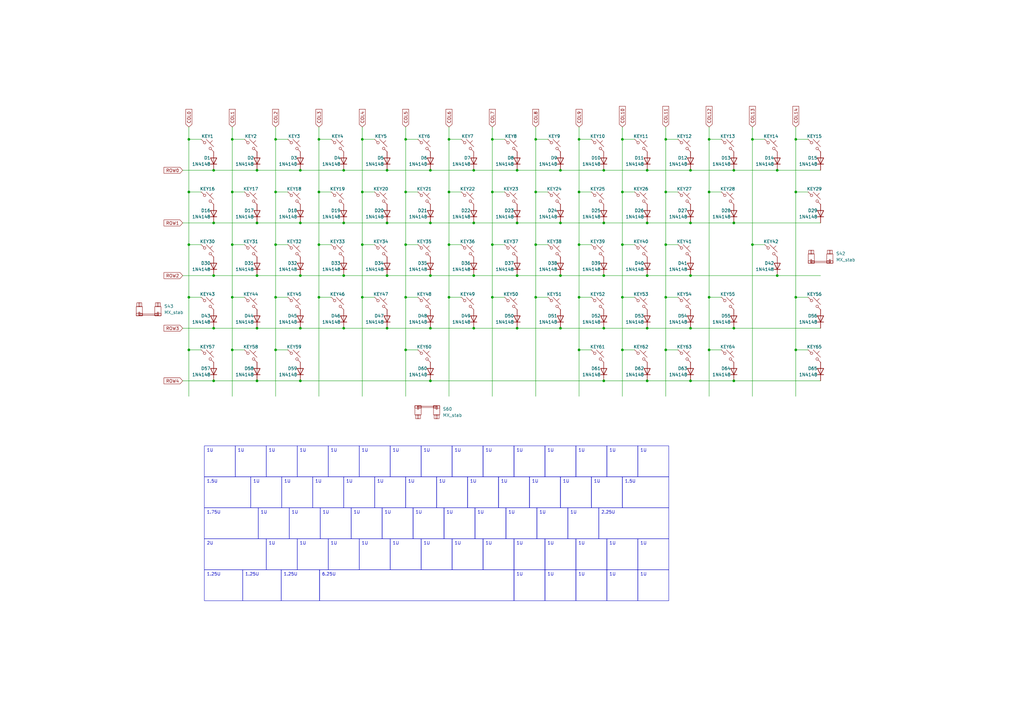
<source format=kicad_sch>
(kicad_sch (version 20230121) (generator eeschema)
  (paper "A3")
  (junction (at 77.47 121.92))
  (junction (at 265.43 134.62))
  (junction (at 201.93 57.15))
  (junction (at 123.19 156.21))
  (junction (at 87.63 156.21))
  (junction (at 201.93 121.92))
  (junction (at 237.49 100.33))
  (junction (at 130.81 100.33))
  (junction (at 113.03 121.92))
  (junction (at 158.75 69.85))
  (junction (at 237.49 143.51))
  (junction (at 158.75 134.62))
  (junction (at 212.09 91.44))
  (junction (at 265.43 113.03))
  (junction (at 265.43 91.44))
  (junction (at 130.81 121.92))
  (junction (at 247.65 91.44))
  (junction (at 176.53 69.85))
  (junction (at 237.49 57.15))
  (junction (at 308.61 57.15))
  (junction (at 201.93 100.33))
  (junction (at 265.43 69.85))
  (junction (at 212.09 113.03))
  (junction (at 300.99 91.44))
  (junction (at 123.19 113.03))
  (junction (at 166.37 57.15))
  (junction (at 290.83 143.51))
  (junction (at 283.21 69.85))
  (junction (at 318.77 69.85))
  (junction (at 229.87 91.44))
  (junction (at 255.27 57.15))
  (junction (at 113.03 78.74))
  (junction (at 148.59 100.33))
  (junction (at 283.21 156.21))
  (junction (at 113.03 57.15))
  (junction (at 77.47 100.33))
  (junction (at 326.39 78.74))
  (junction (at 283.21 113.03))
  (junction (at 300.99 134.62))
  (junction (at 194.31 113.03))
  (junction (at 184.15 100.33))
  (junction (at 318.77 113.03))
  (junction (at 140.97 113.03))
  (junction (at 290.83 57.15))
  (junction (at 273.05 78.74))
  (junction (at 326.39 143.51))
  (junction (at 113.03 100.33))
  (junction (at 140.97 134.62))
  (junction (at 184.15 121.92))
  (junction (at 176.53 91.44))
  (junction (at 237.49 78.74))
  (junction (at 229.87 134.62))
  (junction (at 194.31 69.85))
  (junction (at 273.05 121.92))
  (junction (at 229.87 69.85))
  (junction (at 212.09 69.85))
  (junction (at 123.19 134.62))
  (junction (at 166.37 143.51))
  (junction (at 247.65 134.62))
  (junction (at 212.09 134.62))
  (junction (at 77.47 78.74))
  (junction (at 219.71 121.92))
  (junction (at 87.63 69.85))
  (junction (at 140.97 91.44))
  (junction (at 166.37 78.74))
  (junction (at 219.71 100.33))
  (junction (at 95.25 143.51))
  (junction (at 194.31 134.62))
  (junction (at 105.41 113.03))
  (junction (at 247.65 113.03))
  (junction (at 273.05 143.51))
  (junction (at 105.41 69.85))
  (junction (at 130.81 78.74))
  (junction (at 176.53 113.03))
  (junction (at 166.37 121.92))
  (junction (at 95.25 78.74))
  (junction (at 273.05 57.15))
  (junction (at 300.99 156.21))
  (junction (at 87.63 113.03))
  (junction (at 77.47 57.15))
  (junction (at 148.59 78.74))
  (junction (at 184.15 78.74))
  (junction (at 158.75 91.44))
  (junction (at 255.27 143.51))
  (junction (at 105.41 91.44))
  (junction (at 255.27 100.33))
  (junction (at 326.39 57.15))
  (junction (at 283.21 91.44))
  (junction (at 87.63 91.44))
  (junction (at 95.25 100.33))
  (junction (at 247.65 156.21))
  (junction (at 229.87 113.03))
  (junction (at 158.75 113.03))
  (junction (at 255.27 78.74))
  (junction (at 166.37 100.33))
  (junction (at 219.71 78.74))
  (junction (at 201.93 78.74))
  (junction (at 265.43 156.21))
  (junction (at 273.05 100.33))
  (junction (at 148.59 121.92))
  (junction (at 87.63 134.62))
  (junction (at 283.21 134.62))
  (junction (at 140.97 69.85))
  (junction (at 130.81 57.15))
  (junction (at 77.47 143.51))
  (junction (at 247.65 69.85))
  (junction (at 176.53 134.62))
  (junction (at 219.71 57.15))
  (junction (at 105.41 156.21))
  (junction (at 290.83 78.74))
  (junction (at 176.53 156.21))
  (junction (at 113.03 143.51))
  (junction (at 255.27 121.92))
  (junction (at 194.31 91.44))
  (junction (at 300.99 69.85))
  (junction (at 326.39 121.92))
  (junction (at 237.49 121.92))
  (junction (at 308.61 100.33))
  (junction (at 123.19 91.44))
  (junction (at 95.25 57.15))
  (junction (at 148.59 57.15))
  (junction (at 105.41 134.62))
  (junction (at 95.25 121.92))
  (junction (at 290.83 121.92))
  (junction (at 184.15 57.15))
  (junction (at 123.19 69.85))
  (wire (pts (xy 308.61 57.15) (xy 313.69 57.15)))
  (wire (pts (xy 95.25 57.15) (xy 100.33 57.15)))
  (wire (pts (xy 148.59 78.74) (xy 153.67 78.74)))
  (wire (pts (xy 247.65 156.21) (xy 265.43 156.21)))
  (wire (pts (xy 148.59 52.07) (xy 148.59 57.15)))
  (wire (pts (xy 194.31 91.44) (xy 212.09 91.44)))
  (wire (pts (xy 308.61 100.33) (xy 308.61 162.56)))
  (wire (pts (xy 326.39 78.74) (xy 326.39 121.92)))
  (wire (pts (xy 87.63 156.21) (xy 105.41 156.21)))
  (wire (pts (xy 219.71 121.92) (xy 224.79 121.92)))
  (wire (pts (xy 201.93 100.33) (xy 207.01 100.33)))
  (wire (pts (xy 95.25 52.07) (xy 95.25 57.15)))
  (wire (pts (xy 148.59 78.74) (xy 148.59 100.33)))
  (wire (pts (xy 130.81 100.33) (xy 135.89 100.33)))
  (wire (pts (xy 247.65 91.44) (xy 265.43 91.44)))
  (wire (pts (xy 77.47 78.74) (xy 77.47 100.33)))
  (wire (pts (xy 140.97 91.44) (xy 158.75 91.44)))
  (wire (pts (xy 148.59 121.92) (xy 153.67 121.92)))
  (wire (pts (xy 290.83 143.51) (xy 295.91 143.51)))
  (wire (pts (xy 247.65 113.03) (xy 265.43 113.03)))
  (wire (pts (xy 176.53 156.21) (xy 247.65 156.21)))
  (wire (pts (xy 166.37 78.74) (xy 166.37 100.33)))
  (wire (pts (xy 300.99 134.62) (xy 336.55 134.62)))
  (wire (pts (xy 237.49 57.15) (xy 242.57 57.15)))
  (wire (pts (xy 229.87 113.03) (xy 247.65 113.03)))
  (wire (pts (xy 184.15 57.15) (xy 189.23 57.15)))
  (wire (pts (xy 95.25 100.33) (xy 95.25 121.92)))
  (wire (pts (xy 265.43 91.44) (xy 283.21 91.44)))
  (wire (pts (xy 87.63 91.44) (xy 105.41 91.44)))
  (wire (pts (xy 158.75 91.44) (xy 176.53 91.44)))
  (wire (pts (xy 201.93 57.15) (xy 201.93 78.74)))
  (wire (pts (xy 237.49 57.15) (xy 237.49 78.74)))
  (wire (pts (xy 237.49 52.07) (xy 237.49 57.15)))
  (wire (pts (xy 95.25 57.15) (xy 95.25 78.74)))
  (wire (pts (xy 237.49 143.51) (xy 237.49 162.56)))
  (wire (pts (xy 130.81 57.15) (xy 135.89 57.15)))
  (wire (pts (xy 326.39 121.92) (xy 326.39 143.51)))
  (wire (pts (xy 87.63 113.03) (xy 105.41 113.03)))
  (wire (pts (xy 123.19 134.62) (xy 140.97 134.62)))
  (wire (pts (xy 219.71 78.74) (xy 219.71 100.33)))
  (wire (pts (xy 166.37 121.92) (xy 171.45 121.92)))
  (wire (pts (xy 219.71 121.92) (xy 219.71 162.56)))
  (wire (pts (xy 166.37 121.92) (xy 166.37 143.51)))
  (wire (pts (xy 77.47 57.15) (xy 82.55 57.15)))
  (wire (pts (xy 123.19 69.85) (xy 140.97 69.85)))
  (wire (pts (xy 166.37 100.33) (xy 166.37 121.92)))
  (wire (pts (xy 237.49 100.33) (xy 237.49 121.92)))
  (wire (pts (xy 140.97 134.62) (xy 158.75 134.62)))
  (wire (pts (xy 273.05 78.74) (xy 278.13 78.74)))
  (wire (pts (xy 237.49 121.92) (xy 242.57 121.92)))
  (wire (pts (xy 184.15 121.92) (xy 189.23 121.92)))
  (wire (pts (xy 113.03 57.15) (xy 118.11 57.15)))
  (wire (pts (xy 212.09 69.85) (xy 229.87 69.85)))
  (wire (pts (xy 74.93 113.03) (xy 87.63 113.03)))
  (wire (pts (xy 219.71 57.15) (xy 224.79 57.15)))
  (wire (pts (xy 273.05 57.15) (xy 278.13 57.15)))
  (wire (pts (xy 123.19 113.03) (xy 140.97 113.03)))
  (wire (pts (xy 194.31 113.03) (xy 212.09 113.03)))
  (wire (pts (xy 219.71 52.07) (xy 219.71 57.15)))
  (wire (pts (xy 326.39 57.15) (xy 331.47 57.15)))
  (wire (pts (xy 318.77 69.85) (xy 336.55 69.85)))
  (wire (pts (xy 184.15 100.33) (xy 189.23 100.33)))
  (wire (pts (xy 283.21 69.85) (xy 300.99 69.85)))
  (wire (pts (xy 229.87 91.44) (xy 247.65 91.44)))
  (wire (pts (xy 237.49 121.92) (xy 237.49 143.51)))
  (wire (pts (xy 229.87 69.85) (xy 247.65 69.85)))
  (wire (pts (xy 283.21 156.21) (xy 300.99 156.21)))
  (wire (pts (xy 113.03 121.92) (xy 118.11 121.92)))
  (wire (pts (xy 290.83 78.74) (xy 295.91 78.74)))
  (wire (pts (xy 194.31 134.62) (xy 212.09 134.62)))
  (wire (pts (xy 77.47 52.07) (xy 77.47 57.15)))
  (wire (pts (xy 105.41 113.03) (xy 123.19 113.03)))
  (wire (pts (xy 77.47 143.51) (xy 77.47 162.56)))
  (wire (pts (xy 77.47 100.33) (xy 82.55 100.33)))
  (wire (pts (xy 130.81 78.74) (xy 130.81 100.33)))
  (wire (pts (xy 148.59 121.92) (xy 148.59 162.56)))
  (wire (pts (xy 176.53 113.03) (xy 194.31 113.03)))
  (wire (pts (xy 201.93 100.33) (xy 201.93 121.92)))
  (wire (pts (xy 95.25 121.92) (xy 100.33 121.92)))
  (wire (pts (xy 219.71 100.33) (xy 219.71 121.92)))
  (wire (pts (xy 290.83 143.51) (xy 290.83 162.56)))
  (wire (pts (xy 148.59 57.15) (xy 153.67 57.15)))
  (wire (pts (xy 273.05 121.92) (xy 273.05 143.51)))
  (wire (pts (xy 87.63 69.85) (xy 105.41 69.85)))
  (wire (pts (xy 255.27 52.07) (xy 255.27 57.15)))
  (wire (pts (xy 113.03 143.51) (xy 113.03 162.56)))
  (wire (pts (xy 77.47 57.15) (xy 77.47 78.74)))
  (wire (pts (xy 130.81 52.07) (xy 130.81 57.15)))
  (wire (pts (xy 176.53 69.85) (xy 194.31 69.85)))
  (wire (pts (xy 247.65 134.62) (xy 265.43 134.62)))
  (wire (pts (xy 95.25 143.51) (xy 95.25 162.56)))
  (wire (pts (xy 166.37 52.07) (xy 166.37 57.15)))
  (wire (pts (xy 326.39 52.07) (xy 326.39 57.15)))
  (wire (pts (xy 130.81 78.74) (xy 135.89 78.74)))
  (wire (pts (xy 184.15 78.74) (xy 184.15 100.33)))
  (wire (pts (xy 184.15 57.15) (xy 184.15 78.74)))
  (wire (pts (xy 219.71 57.15) (xy 219.71 78.74)))
  (wire (pts (xy 283.21 113.03) (xy 318.77 113.03)))
  (wire (pts (xy 113.03 52.07) (xy 113.03 57.15)))
  (wire (pts (xy 87.63 134.62) (xy 105.41 134.62)))
  (wire (pts (xy 308.61 52.07) (xy 308.61 57.15)))
  (wire (pts (xy 300.99 156.21) (xy 336.55 156.21)))
  (wire (pts (xy 273.05 100.33) (xy 278.13 100.33)))
  (wire (pts (xy 300.99 91.44) (xy 336.55 91.44)))
  (wire (pts (xy 273.05 121.92) (xy 278.13 121.92)))
  (wire (pts (xy 318.77 113.03) (xy 336.55 113.03)))
  (wire (pts (xy 95.25 100.33) (xy 100.33 100.33)))
  (wire (pts (xy 74.93 91.44) (xy 87.63 91.44)))
  (wire (pts (xy 158.75 134.62) (xy 176.53 134.62)))
  (wire (pts (xy 148.59 100.33) (xy 148.59 121.92)))
  (wire (pts (xy 74.93 134.62) (xy 87.63 134.62)))
  (wire (pts (xy 105.41 134.62) (xy 123.19 134.62)))
  (wire (pts (xy 77.47 121.92) (xy 82.55 121.92)))
  (wire (pts (xy 95.25 78.74) (xy 95.25 100.33)))
  (wire (pts (xy 273.05 78.74) (xy 273.05 100.33)))
  (wire (pts (xy 237.49 100.33) (xy 242.57 100.33)))
  (wire (pts (xy 166.37 143.51) (xy 171.45 143.51)))
  (wire (pts (xy 201.93 121.92) (xy 207.01 121.92)))
  (wire (pts (xy 77.47 121.92) (xy 77.47 143.51)))
  (wire (pts (xy 140.97 113.03) (xy 158.75 113.03)))
  (wire (pts (xy 113.03 100.33) (xy 118.11 100.33)))
  (wire (pts (xy 300.99 69.85) (xy 318.77 69.85)))
  (wire (pts (xy 290.83 57.15) (xy 290.83 78.74)))
  (wire (pts (xy 184.15 52.07) (xy 184.15 57.15)))
  (wire (pts (xy 283.21 134.62) (xy 300.99 134.62)))
  (wire (pts (xy 74.93 156.21) (xy 87.63 156.21)))
  (wire (pts (xy 290.83 57.15) (xy 295.91 57.15)))
  (wire (pts (xy 255.27 57.15) (xy 255.27 78.74)))
  (wire (pts (xy 184.15 78.74) (xy 189.23 78.74)))
  (wire (pts (xy 113.03 143.51) (xy 118.11 143.51)))
  (wire (pts (xy 255.27 121.92) (xy 255.27 143.51)))
  (wire (pts (xy 201.93 78.74) (xy 201.93 100.33)))
  (wire (pts (xy 77.47 78.74) (xy 82.55 78.74)))
  (wire (pts (xy 176.53 134.62) (xy 194.31 134.62)))
  (wire (pts (xy 148.59 57.15) (xy 148.59 78.74)))
  (wire (pts (xy 194.31 69.85) (xy 212.09 69.85)))
  (wire (pts (xy 255.27 143.51) (xy 255.27 162.56)))
  (wire (pts (xy 224.79 100.33) (xy 219.71 100.33)))
  (wire (pts (xy 123.19 91.44) (xy 140.97 91.44)))
  (wire (pts (xy 95.25 143.51) (xy 100.33 143.51)))
  (wire (pts (xy 273.05 52.07) (xy 273.05 57.15)))
  (wire (pts (xy 237.49 78.74) (xy 237.49 100.33)))
  (wire (pts (xy 113.03 121.92) (xy 113.03 143.51)))
  (wire (pts (xy 273.05 100.33) (xy 273.05 121.92)))
  (wire (pts (xy 113.03 100.33) (xy 113.03 121.92)))
  (wire (pts (xy 290.83 121.92) (xy 290.83 143.51)))
  (wire (pts (xy 201.93 121.92) (xy 201.93 162.56)))
  (wire (pts (xy 326.39 57.15) (xy 326.39 78.74)))
  (wire (pts (xy 273.05 143.51) (xy 273.05 162.56)))
  (wire (pts (xy 105.41 91.44) (xy 123.19 91.44)))
  (wire (pts (xy 130.81 121.92) (xy 135.89 121.92)))
  (wire (pts (xy 290.83 121.92) (xy 295.91 121.92)))
  (wire (pts (xy 255.27 121.92) (xy 260.35 121.92)))
  (wire (pts (xy 255.27 100.33) (xy 260.35 100.33)))
  (wire (pts (xy 265.43 156.21) (xy 283.21 156.21)))
  (wire (pts (xy 331.47 78.74) (xy 326.39 78.74)))
  (wire (pts (xy 95.25 121.92) (xy 95.25 143.51)))
  (wire (pts (xy 237.49 78.74) (xy 242.57 78.74)))
  (wire (pts (xy 140.97 69.85) (xy 158.75 69.85)))
  (wire (pts (xy 166.37 57.15) (xy 166.37 78.74)))
  (wire (pts (xy 130.81 121.92) (xy 130.81 162.56)))
  (wire (pts (xy 237.49 143.51) (xy 242.57 143.51)))
  (wire (pts (xy 308.61 57.15) (xy 308.61 100.33)))
  (wire (pts (xy 255.27 78.74) (xy 260.35 78.74)))
  (wire (pts (xy 130.81 57.15) (xy 130.81 78.74)))
  (wire (pts (xy 255.27 143.51) (xy 260.35 143.51)))
  (wire (pts (xy 105.41 69.85) (xy 123.19 69.85)))
  (wire (pts (xy 283.21 91.44) (xy 300.99 91.44)))
  (wire (pts (xy 255.27 57.15) (xy 260.35 57.15)))
  (wire (pts (xy 166.37 100.33) (xy 171.45 100.33)))
  (wire (pts (xy 201.93 78.74) (xy 207.01 78.74)))
  (wire (pts (xy 265.43 134.62) (xy 283.21 134.62)))
  (wire (pts (xy 77.47 143.51) (xy 82.55 143.51)))
  (wire (pts (xy 77.47 100.33) (xy 77.47 121.92)))
  (wire (pts (xy 273.05 57.15) (xy 273.05 78.74)))
  (wire (pts (xy 273.05 143.51) (xy 278.13 143.51)))
  (wire (pts (xy 201.93 52.07) (xy 201.93 57.15)))
  (wire (pts (xy 184.15 100.33) (xy 184.15 121.92)))
  (wire (pts (xy 255.27 100.33) (xy 255.27 121.92)))
  (wire (pts (xy 158.75 69.85) (xy 176.53 69.85)))
  (wire (pts (xy 166.37 143.51) (xy 166.37 162.56)))
  (wire (pts (xy 265.43 113.03) (xy 283.21 113.03)))
  (wire (pts (xy 229.87 134.62) (xy 247.65 134.62)))
  (wire (pts (xy 212.09 91.44) (xy 229.87 91.44)))
  (wire (pts (xy 308.61 100.33) (xy 313.69 100.33)))
  (wire (pts (xy 95.25 78.74) (xy 100.33 78.74)))
  (wire (pts (xy 166.37 57.15) (xy 171.45 57.15)))
  (wire (pts (xy 130.81 100.33) (xy 130.81 121.92)))
  (wire (pts (xy 123.19 156.21) (xy 176.53 156.21)))
  (wire (pts (xy 219.71 78.74) (xy 224.79 78.74)))
  (wire (pts (xy 290.83 78.74) (xy 290.83 121.92)))
  (wire (pts (xy 201.93 57.15) (xy 207.01 57.15)))
  (wire (pts (xy 148.59 100.33) (xy 153.67 100.33)))
  (wire (pts (xy 326.39 143.51) (xy 331.47 143.51)))
  (wire (pts (xy 113.03 78.74) (xy 113.03 100.33)))
  (wire (pts (xy 105.41 156.21) (xy 123.19 156.21)))
  (wire (pts (xy 247.65 69.85) (xy 265.43 69.85)))
  (wire (pts (xy 176.53 91.44) (xy 194.31 91.44)))
  (wire (pts (xy 74.93 69.85) (xy 87.63 69.85)))
  (wire (pts (xy 113.03 57.15) (xy 113.03 78.74)))
  (wire (pts (xy 158.75 113.03) (xy 176.53 113.03)))
  (wire (pts (xy 184.15 121.92) (xy 184.15 162.56)))
  (wire (pts (xy 326.39 143.51) (xy 326.39 162.56)))
  (wire (pts (xy 212.09 134.62) (xy 229.87 134.62)))
  (wire (pts (xy 255.27 78.74) (xy 255.27 100.33)))
  (wire (pts (xy 113.03 78.74) (xy 118.11 78.74)))
  (wire (pts (xy 212.09 113.03) (xy 229.87 113.03)))
  (wire (pts (xy 290.83 52.07) (xy 290.83 57.15)))
  (wire (pts (xy 326.39 121.92) (xy 331.47 121.92)))
  (wire (pts (xy 166.37 78.74) (xy 171.45 78.74)))
  (wire (pts (xy 265.43 69.85) (xy 283.21 69.85)))
  (text_box "1U" (at 223.52 182.88 0) (size 12.7 12.7) (effects (font (size 1.27 1.27)) (justify left top)))
  (text_box "1U" (at 166.37 195.58 0) (size 12.7 12.7) (effects (font (size 1.27 1.27)) (justify left top)))
  (text_box "1U" (at 236.22 182.88 0) (size 12.7 12.7) (effects (font (size 1.27 1.27)) (justify left top)))
  (text_box "1U" (at 172.72 182.88 0) (size 12.7 12.7) (effects (font (size 1.27 1.27)) (justify left top)))
  (text_box "1U" (at 182.118 208.28 0) (size 12.7 12.7) (effects (font (size 1.27 1.27)) (justify left top)))
  (text_box "1U" (at 147.32 182.88 0) (size 12.7 12.7) (effects (font (size 1.27 1.27)) (justify left top)))
  (text_box "1.5U" (at 255.27 195.58 0) (size 19.05 12.7) (effects (font (size 1.27 1.27)) (justify left top)))
  (text_box "1U" (at 109.22 182.88 0) (size 12.7 12.7) (effects (font (size 1.27 1.27)) (justify left top)))
  (text_box "2.25U" (at 245.618 208.28 0) (size 28.702 12.7) (effects (font (size 1.27 1.27)) (justify left top)))
  (text_box "1U" (at 210.82 220.98 0) (size 12.7 12.7) (effects (font (size 1.27 1.27)) (justify left top)))
  (text_box "1U" (at 147.32 220.98 0) (size 12.7 12.7) (effects (font (size 1.27 1.27)) (justify left top)))
  (text_box "1.25U" (at 99.568 233.68 0) (size 15.748 12.7) (effects (font (size 1.27 1.27)) (justify left top)))
  (text_box "1U" (at 169.418 208.28 0) (size 12.7 12.7) (effects (font (size 1.27 1.27)) (justify left top)))
  (text_box "1U" (at 96.52 182.88 0) (size 12.7 12.7) (effects (font (size 1.27 1.27)) (justify left top)))
  (text_box "1U" (at 220.218 208.28 0) (size 12.7 12.7) (effects (font (size 1.27 1.27)) (justify left top)))
  (text_box "1U" (at 261.62 182.88 0) (size 12.7 12.7) (effects (font (size 1.27 1.27)) (justify left top)))
  (text_box "1.5U" (at 83.82 195.58 0) (size 19.05 12.7) (effects (font (size 1.27 1.27)) (justify left top)))
  (text_box "1U" (at 242.57 195.58 0) (size 12.7 12.7) (effects (font (size 1.27 1.27)) (justify left top)))
  (text_box "1U" (at 185.42 182.88 0) (size 12.7 12.7) (effects (font (size 1.27 1.27)) (justify left top)))
  (text_box "1U" (at 179.07 195.58 0) (size 12.7 12.7) (effects (font (size 1.27 1.27)) (justify left top)))
  (text_box "1U" (at 210.82 233.68 0) (size 12.7 12.7) (effects (font (size 1.27 1.27)) (justify left top)))
  (text_box "1U" (at 248.92 233.68 0) (size 12.7 12.7) (effects (font (size 1.27 1.27)) (justify left top)))
  (text_box "6.25U" (at 131.064 233.68 0) (size 79.756 12.7) (effects (font (size 1.27 1.27)) (justify left top)))
  (text_box "1U" (at 210.82 182.88 0) (size 12.7 12.7) (effects (font (size 1.27 1.27)) (justify left top)))
  (text_box "1U" (at 105.918 208.28 0) (size 12.7 12.7) (effects (font (size 1.27 1.27)) (justify left top)))
  (text_box "1U" (at 140.97 195.58 0) (size 12.7 12.7) (effects (font (size 1.27 1.27)) (justify left top)))
  (text_box "1U" (at 128.27 195.58 0) (size 12.7 12.7) (effects (font (size 1.27 1.27)) (justify left top)))
  (text_box "1U" (at 194.818 208.28 0) (size 12.7 12.7) (effects (font (size 1.27 1.27)) (justify left top)))
  (text_box "1U" (at 198.12 220.98 0) (size 12.7 12.7) (effects (font (size 1.27 1.27)) (justify left top)))
  (text_box "1U" (at 232.918 208.28 0) (size 12.7 12.7) (effects (font (size 1.27 1.27)) (justify left top)))
  (text_box "1U" (at 153.67 195.58 0) (size 12.7 12.7) (effects (font (size 1.27 1.27)) (justify left top)))
  (text_box "1U" (at 118.618 208.28 0) (size 12.7 12.7) (effects (font (size 1.27 1.27)) (justify left top)))
  (text_box "1U" (at 198.12 182.88 0) (size 12.7 12.7) (effects (font (size 1.27 1.27)) (justify left top)))
  (text_box "1U" (at 131.318 208.28 0) (size 12.7 12.7) (effects (font (size 1.27 1.27)) (justify left top)))
  (text_box "1U" (at 204.47 195.58 0) (size 12.7 12.7) (effects (font (size 1.27 1.27)) (justify left top)))
  (text_box "1U" (at 248.92 182.88 0) (size 12.7 12.7) (effects (font (size 1.27 1.27)) (justify left top)))
  (text_box "1U" (at 160.02 220.98 0) (size 12.7 12.7) (effects (font (size 1.27 1.27)) (justify left top)))
  (text_box "1.25U" (at 83.82 233.68 0) (size 15.748 12.7) (effects (font (size 1.27 1.27)) (justify left top)))
  (text_box "1U" (at 229.87 195.58 0) (size 12.7 12.7) (effects (font (size 1.27 1.27)) (justify left top)))
  (text_box "1U" (at 191.77 195.58 0) (size 12.7 12.7) (effects (font (size 1.27 1.27)) (justify left top)))
  (text_box "1U" (at 83.82 182.88 0) (size 12.7 12.7) (effects (font (size 1.27 1.27)) (justify left top)))
  (text_box "1.75U" (at 83.82 208.28 0) (size 22.098 12.7) (effects (font (size 1.27 1.27)) (justify left top)))
  (text_box "1U" (at 121.92 220.98 0) (size 12.7 12.7) (effects (font (size 1.27 1.27)) (justify left top)))
  (text_box "1U" (at 223.52 233.68 0) (size 12.7 12.7) (effects (font (size 1.27 1.27)) (justify left top)))
  (text_box "1U" (at 185.42 220.98 0) (size 12.7 12.7) (effects (font (size 1.27 1.27)) (justify left top)))
  (text_box "1U" (at 248.92 220.98 0) (size 12.7 12.7) (effects (font (size 1.27 1.27)) (justify left top)))
  (text_box "1.25U" (at 115.316 233.68 0) (size 15.748 12.7) (effects (font (size 1.27 1.27)) (justify left top)))
  (text_box "1U" (at 160.02 182.88 0) (size 12.7 12.7) (effects (font (size 1.27 1.27)) (justify left top)))
  (text_box "1U" (at 121.92 182.88 0) (size 12.7 12.7) (effects (font (size 1.27 1.27)) (justify left top)))
  (text_box "1U" (at 223.52 220.98 0) (size 12.7 12.7) (effects (font (size 1.27 1.27)) (justify left top)))
  (text_box "1U" (at 144.018 208.28 0) (size 12.7 12.7) (effects (font (size 1.27 1.27)) (justify left top)))
  (text_box "1U" (at 217.17 195.58 0) (size 12.7 12.7) (effects (font (size 1.27 1.27)) (justify left top)))
  (text_box "1U" (at 134.62 182.88 0) (size 12.7 12.7) (effects (font (size 1.27 1.27)) (justify left top)))
  (text_box "1U" (at 236.22 220.98 0) (size 12.7 12.7) (effects (font (size 1.27 1.27)) (justify left top)))
  (text_box "1U" (at 134.62 220.98 0) (size 12.7 12.7) (effects (font (size 1.27 1.27)) (justify left top)))
  (text_box "2U" (at 83.82 220.98 0) (size 25.4 12.7) (effects (font (size 1.27 1.27)) (justify left top)))
  (text_box "1U" (at 156.718 208.28 0) (size 12.7 12.7) (effects (font (size 1.27 1.27)) (justify left top)))
  (text_box "1U" (at 172.72 220.98 0) (size 12.7 12.7) (effects (font (size 1.27 1.27)) (justify left top)))
  (text_box "1U" (at 207.518 208.28 0) (size 12.7 12.7) (effects (font (size 1.27 1.27)) (justify left top)))
  (text_box "1U" (at 109.22 220.98 0) (size 12.7 12.7) (effects (font (size 1.27 1.27)) (justify left top)))
  (text_box "1U" (at 115.57 195.58 0) (size 12.7 12.7) (effects (font (size 1.27 1.27)) (justify left top)))
  (text_box "1U" (at 261.62 220.98 0) (size 12.7 12.7) (effects (font (size 1.27 1.27)) (justify left top)))
  (text_box "1U" (at 261.62 233.68 0) (size 12.7 12.7) (effects (font (size 1.27 1.27)) (justify left top)))
  (text_box "1U" (at 102.87 195.58 0) (size 12.7 12.7) (effects (font (size 1.27 1.27)) (justify left top)))
  (text_box "1U" (at 236.22 233.68 0) (size 12.7 12.7) (effects (font (size 1.27 1.27)) (justify left top)))
  (global_label "COL13" (shape input) (at 308.61 52.07 90) (property "Intersheetrefs" "${INTERSHEET_REFS}" (effects hide)))
  (global_label "ROW0" (shape input) (at 74.93 69.85 180) (property "Intersheetrefs" "${INTERSHEET_REFS}" (effects hide)))
  (global_label "COL1" (shape input) (at 95.25 52.07 90) (property "Intersheetrefs" "${INTERSHEET_REFS}" (effects hide)))
  (global_label "COL3" (shape input) (at 130.81 52.07 90) (property "Intersheetrefs" "${INTERSHEET_REFS}" (effects hide)))
  (global_label "ROW2" (shape input) (at 74.93 113.03 180) (property "Intersheetrefs" "${INTERSHEET_REFS}" (effects hide)))
  (global_label "COL14" (shape input) (at 326.39 52.07 90) (property "Intersheetrefs" "${INTERSHEET_REFS}" (effects hide)))
  (global_label "ROW3" (shape input) (at 74.93 134.62 180) (property "Intersheetrefs" "${INTERSHEET_REFS}" (effects hide)))
  (global_label "COL0" (shape input) (at 77.47 52.07 90) (property "Intersheetrefs" "${INTERSHEET_REFS}" (effects hide)))
  (global_label "ROW1" (shape input) (at 74.93 91.44 180) (property "Intersheetrefs" "${INTERSHEET_REFS}" (effects hide)))
  (global_label "COL9" (shape input) (at 237.49 52.07 90) (property "Intersheetrefs" "${INTERSHEET_REFS}" (effects hide)))
  (global_label "COL7" (shape input) (at 201.93 52.07 90) (property "Intersheetrefs" "${INTERSHEET_REFS}" (effects hide)))
  (global_label "COL11" (shape input) (at 273.05 52.07 90) (property "Intersheetrefs" "${INTERSHEET_REFS}" (effects hide)))
  (global_label "COL12" (shape input) (at 290.83 52.07 90) (property "Intersheetrefs" "${INTERSHEET_REFS}" (effects hide)))
  (global_label "COL10" (shape input) (at 255.27 52.07 90) (property "Intersheetrefs" "${INTERSHEET_REFS}" (effects hide)))
  (global_label "COL8" (shape input) (at 219.71 52.07 90) (property "Intersheetrefs" "${INTERSHEET_REFS}" (effects hide)))
  (global_label "ROW4" (shape input) (at 74.93 156.21 180) (property "Intersheetrefs" "${INTERSHEET_REFS}" (effects hide)))
  (global_label "COL4" (shape input) (at 148.59 52.07 90) (property "Intersheetrefs" "${INTERSHEET_REFS}" (effects hide)))
  (global_label "COL5" (shape input) (at 166.37 52.07 90) (property "Intersheetrefs" "${INTERSHEET_REFS}" (effects hide)))
  (global_label "COL2" (shape input) (at 113.03 52.07 90) (property "Intersheetrefs" "${INTERSHEET_REFS}" (effects hide)))
  (global_label "COL6" (shape input) (at 184.15 52.07 90) (property "Intersheetrefs" "${INTERSHEET_REFS}" (effects hide)))
  (symbol (lib_id "Diode:1N4148") (at 194.31 130.81 90) (unit 1)
    (property "Reference" "D49" (at 193.04 129.54 90) (effects (justify left)))
    (property "Value" "1N4148" (at 193.04 132.08 90) (effects (justify left)))
    (property "Footprint" "Diode_SMD:D_SOD-323_HandSoldering" (effects hide))
    (property "Datasheet" "https://assets.nexperia.com/documents/data-sheet/1N4148_1N4448.pdf" (effects hide))
    (property "LCSC" "C81598" (effects hide))
    (property "MFR. Part #" "1N4148W" (effects hide))
  )
  (symbol (lib_id "Switch:SW_Push_45deg") (at 227.33 124.46 0) (unit 1)
    (property "Reference" "KEY51" (at 227.33 120.65 0))
    (property "Value" "SW_Push_45deg" (effects hide))
    (property "Footprint" "key-switches:SW_MX_HotSwap_PTH_nSilk" (effects hide))
  )
  (symbol (lib_id "Diode:1N4148") (at 176.53 109.22 90) (unit 1)
    (property "Reference" "D35" (at 175.26 107.95 90) (effects (justify left)))
    (property "Value" "1N4148" (at 175.26 110.49 90) (effects (justify left)))
    (property "Footprint" "Diode_SMD:D_SOD-323_HandSoldering" (effects hide))
    (property "Datasheet" "https://assets.nexperia.com/documents/data-sheet/1N4148_1N4448.pdf" (effects hide))
    (property "LCSC" "C81598" (effects hide))
    (property "MFR. Part #" "1N4148W" (effects hide))
  )
  (symbol (lib_id "Switch:SW_Push_45deg") (at 262.89 124.46 0) (unit 1)
    (property "Reference" "KEY53" (at 262.89 120.65 0))
    (property "Value" "SW_Push_45deg" (effects hide))
    (property "Footprint" "key-switches:SW_MX_HotSwap_PTH_nSilk" (effects hide))
  )
  (symbol (lib_id "Diode:1N4148") (at 194.31 66.04 90) (unit 1)
    (property "Reference" "D7" (at 193.04 64.77 90) (effects (justify left)))
    (property "Value" "1N4148" (at 193.04 67.31 90) (effects (justify left)))
    (property "Footprint" "Diode_SMD:D_SOD-323_HandSoldering" (effects hide))
    (property "Datasheet" "https://assets.nexperia.com/documents/data-sheet/1N4148_1N4448.pdf" (effects hide))
    (property "LCSC" "C81598" (effects hide))
    (property "MFR. Part #" "1N4148W" (effects hide))
  )
  (symbol (lib_id "Diode:1N4148") (at 105.41 66.04 90) (unit 1)
    (property "Reference" "D2" (at 104.14 64.77 90) (effects (justify left)))
    (property "Value" "1N4148" (at 104.14 67.31 90) (effects (justify left)))
    (property "Footprint" "Diode_SMD:D_SOD-323_HandSoldering" (effects hide))
    (property "Datasheet" "https://assets.nexperia.com/documents/data-sheet/1N4148_1N4448.pdf" (effects hide))
    (property "LCSC" "C81598" (effects hide))
    (property "MFR. Part #" "1N4148W" (effects hide))
  )
  (symbol (lib_id "Switch:SW_Push_45deg") (at 280.67 59.69 0) (unit 1)
    (property "Reference" "KEY12" (at 280.67 55.88 0))
    (property "Value" "SW_Push_45deg" (effects hide))
    (property "Footprint" "key-switches:SW_MX_HotSwap_PTH_nSilk" (effects hide))
  )
  (symbol (lib_id "Switch:SW_Push_45deg") (at 209.55 124.46 0) (unit 1)
    (property "Reference" "KEY50" (at 209.55 120.65 0))
    (property "Value" "SW_Push_45deg" (effects hide))
    (property "Footprint" "key-switches:SW_MX_HotSwap_PTH_nSilk" (effects hide))
  )
  (symbol (lib_id "Switch:SW_Push_45deg") (at 298.45 81.28 0) (unit 1)
    (property "Reference" "KEY28" (at 298.45 77.47 0))
    (property "Value" "SW_Push_45deg" (effects hide))
    (property "Footprint" "key-switches:SW_MX_HotSwap_PTH_nSilk" (effects hide))
  )
  (symbol (lib_id "Switch:SW_Push_45deg") (at 280.67 124.46 0) (unit 1)
    (property "Reference" "KEY54" (at 280.67 120.65 0))
    (property "Value" "SW_Push_45deg" (effects hide))
    (property "Footprint" "key-switches:SW_MX_HotSwap_PTH_nSilk" (effects hide))
  )
  (symbol (lib_id "Diode:1N4148") (at 176.53 152.4 90) (unit 1)
    (property "Reference" "D60" (at 175.26 151.13 90) (effects (justify left)))
    (property "Value" "1N4148" (at 175.26 153.67 90) (effects (justify left)))
    (property "Footprint" "Diode_SMD:D_SOD-323_HandSoldering" (effects hide))
    (property "Datasheet" "https://assets.nexperia.com/documents/data-sheet/1N4148_1N4448.pdf" (effects hide))
    (property "LCSC" "C81598" (effects hide))
    (property "MFR. Part #" "1N4148W" (effects hide))
  )
  (symbol (lib_id "Switch:SW_Push_45deg") (at 85.09 102.87 0) (unit 1)
    (property "Reference" "KEY30" (at 85.09 99.06 0))
    (property "Value" "SW_Push_45deg" (effects hide))
    (property "Footprint" "key-switches:SW_MX_HotSwap_PTH_nSilk" (effects hide))
  )
  (symbol (lib_id "PCM_marbastlib-mx:MX_stab") (at 175.26 168.91 180) (unit 1)
    (property "Reference" "S60" (at 181.61 167.767 0) (effects (justify right)))
    (property "Value" "MX_stab" (at 181.61 170.307 0) (effects (justify right)))
    (property "Footprint" "PCM_marbastlib-mx:STAB_MX_6.25u" (effects hide))
  )
  (symbol (lib_id "Switch:SW_Push_45deg") (at 102.87 124.46 0) (unit 1)
    (property "Reference" "KEY44" (at 102.87 120.65 0))
    (property "Value" "SW_Push_45deg" (effects hide))
    (property "Footprint" "key-switches:SW_MX_HotSwap_PTH_nSilk" (effects hide))
  )
  (symbol (lib_id "Diode:1N4148") (at 176.53 66.04 90) (unit 1)
    (property "Reference" "D6" (at 175.26 64.77 90) (effects (justify left)))
    (property "Value" "1N4148" (at 175.26 67.31 90) (effects (justify left)))
    (property "Footprint" "Diode_SMD:D_SOD-323_HandSoldering" (effects hide))
    (property "Datasheet" "https://assets.nexperia.com/documents/data-sheet/1N4148_1N4448.pdf" (effects hide))
    (property "LCSC" "C81598" (effects hide))
    (property "MFR. Part #" "1N4148W" (effects hide))
  )
  (symbol (lib_id "Diode:1N4148") (at 247.65 66.04 90) (unit 1)
    (property "Reference" "D10" (at 246.38 64.77 90) (effects (justify left)))
    (property "Value" "1N4148" (at 246.38 67.31 90) (effects (justify left)))
    (property "Footprint" "Diode_SMD:D_SOD-323_HandSoldering" (effects hide))
    (property "Datasheet" "https://assets.nexperia.com/documents/data-sheet/1N4148_1N4448.pdf" (effects hide))
    (property "LCSC" "C81598" (effects hide))
    (property "MFR. Part #" "1N4148W" (effects hide))
  )
  (symbol (lib_id "Diode:1N4148") (at 140.97 66.04 90) (unit 1)
    (property "Reference" "D4" (at 139.7 64.77 90) (effects (justify left)))
    (property "Value" "1N4148" (at 139.7 67.31 90) (effects (justify left)))
    (property "Footprint" "Diode_SMD:D_SOD-323_HandSoldering" (effects hide))
    (property "Datasheet" "https://assets.nexperia.com/documents/data-sheet/1N4148_1N4448.pdf" (effects hide))
    (property "LCSC" "C81598" (effects hide))
    (property "MFR. Part #" "1N4148W" (effects hide))
  )
  (symbol (lib_id "Switch:SW_Push_45deg") (at 209.55 59.69 0) (unit 1)
    (property "Reference" "KEY8" (at 209.55 55.88 0))
    (property "Value" "SW_Push_45deg" (effects hide))
    (property "Footprint" "key-switches:SW_MX_HotSwap_PTH_nSilk" (effects hide))
  )
  (symbol (lib_id "Diode:1N4148") (at 300.99 87.63 90) (unit 1)
    (property "Reference" "D28" (at 299.72 86.36 90) (effects (justify left)))
    (property "Value" "1N4148" (at 299.72 88.9 90) (effects (justify left)))
    (property "Footprint" "Diode_SMD:D_SOD-323_HandSoldering" (effects hide))
    (property "Datasheet" "https://assets.nexperia.com/documents/data-sheet/1N4148_1N4448.pdf" (effects hide))
    (property "LCSC" "C81598" (effects hide))
    (property "MFR. Part #" "1N4148W" (effects hide))
  )
  (symbol (lib_id "Diode:1N4148") (at 300.99 66.04 90) (unit 1)
    (property "Reference" "D13" (at 299.72 64.77 90) (effects (justify left)))
    (property "Value" "1N4148" (at 299.72 67.31 90) (effects (justify left)))
    (property "Footprint" "Diode_SMD:D_SOD-323_HandSoldering" (effects hide))
    (property "Datasheet" "https://assets.nexperia.com/documents/data-sheet/1N4148_1N4448.pdf" (effects hide))
    (property "LCSC" "C81598" (effects hide))
    (property "MFR. Part #" "1N4148W" (effects hide))
  )
  (symbol (lib_id "Diode:1N4148") (at 283.21 152.4 90) (unit 1)
    (property "Reference" "D63" (at 281.94 151.13 90) (effects (justify left)))
    (property "Value" "1N4148" (at 281.94 153.67 90) (effects (justify left)))
    (property "Footprint" "Diode_SMD:D_SOD-323_HandSoldering" (effects hide))
    (property "Datasheet" "https://assets.nexperia.com/documents/data-sheet/1N4148_1N4448.pdf" (effects hide))
    (property "LCSC" "C81598" (effects hide))
    (property "MFR. Part #" "1N4148W" (effects hide))
  )
  (symbol (lib_id "Switch:SW_Push_45deg") (at 173.99 59.69 0) (unit 1)
    (property "Reference" "KEY6" (at 173.99 55.88 0))
    (property "Value" "SW_Push_45deg" (effects hide))
    (property "Footprint" "key-switches:SW_MX_HotSwap_PTH_nSilk" (effects hide))
  )
  (symbol (lib_id "Diode:1N4148") (at 265.43 87.63 90) (unit 1)
    (property "Reference" "D26" (at 264.16 86.36 90) (effects (justify left)))
    (property "Value" "1N4148" (at 264.16 88.9 90) (effects (justify left)))
    (property "Footprint" "Diode_SMD:D_SOD-323_HandSoldering" (effects hide))
    (property "Datasheet" "https://assets.nexperia.com/documents/data-sheet/1N4148_1N4448.pdf" (effects hide))
    (property "LCSC" "C81598" (effects hide))
    (property "MFR. Part #" "1N4148W" (effects hide))
  )
  (symbol (lib_id "PCM_marbastlib-mx:MX_stab") (at 336.55 105.41 0) (unit 1)
    (property "Reference" "S42" (at 342.9 104.013 0) (effects (justify left)))
    (property "Value" "MX_stab" (at 342.9 106.553 0) (effects (justify left)))
    (property "Footprint" "PCM_marbastlib-mx:STAB_MX_2.25u" (effects hide))
  )
  (symbol (lib_id "Diode:1N4148") (at 212.09 87.63 90) (unit 1)
    (property "Reference" "D23" (at 210.82 86.36 90) (effects (justify left)))
    (property "Value" "1N4148" (at 210.82 88.9 90) (effects (justify left)))
    (property "Footprint" "Diode_SMD:D_SOD-323_HandSoldering" (effects hide))
    (property "Datasheet" "https://assets.nexperia.com/documents/data-sheet/1N4148_1N4448.pdf" (effects hide))
    (property "LCSC" "C81598" (effects hide))
    (property "MFR. Part #" "1N4148W" (effects hide))
  )
  (symbol (lib_id "Diode:1N4148") (at 318.77 66.04 90) (unit 1)
    (property "Reference" "D14" (at 317.5 64.77 90) (effects (justify left)))
    (property "Value" "1N4148" (at 317.5 67.31 90) (effects (justify left)))
    (property "Footprint" "Diode_SMD:D_SOD-323_HandSoldering" (effects hide))
    (property "Datasheet" "https://assets.nexperia.com/documents/data-sheet/1N4148_1N4448.pdf" (effects hide))
    (property "LCSC" "C81598" (effects hide))
    (property "MFR. Part #" "1N4148W" (effects hide))
  )
  (symbol (lib_id "Diode:1N4148") (at 105.41 87.63 90) (unit 1)
    (property "Reference" "D17" (at 104.14 86.36 90) (effects (justify left)))
    (property "Value" "1N4148" (at 104.14 88.9 90) (effects (justify left)))
    (property "Footprint" "Diode_SMD:D_SOD-323_HandSoldering" (effects hide))
    (property "Datasheet" "https://assets.nexperia.com/documents/data-sheet/1N4148_1N4448.pdf" (effects hide))
    (property "LCSC" "C81598" (effects hide))
    (property "MFR. Part #" "1N4148W" (effects hide))
  )
  (symbol (lib_id "Diode:1N4148") (at 105.41 109.22 90) (unit 1)
    (property "Reference" "D31" (at 104.14 107.95 90) (effects (justify left)))
    (property "Value" "1N4148" (at 104.14 110.49 90) (effects (justify left)))
    (property "Footprint" "Diode_SMD:D_SOD-323_HandSoldering" (effects hide))
    (property "Datasheet" "https://assets.nexperia.com/documents/data-sheet/1N4148_1N4448.pdf" (effects hide))
    (property "LCSC" "C81598" (effects hide))
    (property "MFR. Part #" "1N4148W" (effects hide))
  )
  (symbol (lib_id "Diode:1N4148") (at 123.19 130.81 90) (unit 1)
    (property "Reference" "D45" (at 121.92 129.54 90) (effects (justify left)))
    (property "Value" "1N4148" (at 121.92 132.08 90) (effects (justify left)))
    (property "Footprint" "Diode_SMD:D_SOD-323_HandSoldering" (effects hide))
    (property "Datasheet" "https://assets.nexperia.com/documents/data-sheet/1N4148_1N4448.pdf" (effects hide))
    (property "LCSC" "C81598" (effects hide))
    (property "MFR. Part #" "1N4148W" (effects hide))
  )
  (symbol (lib_id "Diode:1N4148") (at 87.63 152.4 90) (unit 1)
    (property "Reference" "D57" (at 86.36 151.13 90) (effects (justify left)))
    (property "Value" "1N4148" (at 86.36 153.67 90) (effects (justify left)))
    (property "Footprint" "Diode_SMD:D_SOD-323_HandSoldering" (effects hide))
    (property "Datasheet" "https://assets.nexperia.com/documents/data-sheet/1N4148_1N4448.pdf" (effects hide))
    (property "LCSC" "C81598" (effects hide))
    (property "MFR. Part #" "1N4148W" (effects hide))
  )
  (symbol (lib_id "Switch:SW_Push_45deg") (at 280.67 81.28 0) (unit 1)
    (property "Reference" "KEY27" (at 280.67 77.47 0))
    (property "Value" "SW_Push_45deg" (effects hide))
    (property "Footprint" "key-switches:SW_MX_HotSwap_PTH_nSilk" (effects hide))
  )
  (symbol (lib_id "Diode:1N4148") (at 123.19 66.04 90) (unit 1)
    (property "Reference" "D3" (at 121.92 64.77 90) (effects (justify left)))
    (property "Value" "1N4148" (at 121.92 67.31 90) (effects (justify left)))
    (property "Footprint" "Diode_SMD:D_SOD-323_HandSoldering" (effects hide))
    (property "Datasheet" "https://assets.nexperia.com/documents/data-sheet/1N4148_1N4448.pdf" (effects hide))
    (property "LCSC" "C81598" (effects hide))
    (property "MFR. Part #" "1N4148W" (effects hide))
  )
  (symbol (lib_id "Switch:SW_Push_45deg") (at 245.11 146.05 0) (unit 1)
    (property "Reference" "KEY61" (at 245.11 142.24 0))
    (property "Value" "SW_Push_45deg" (effects hide))
    (property "Footprint" "key-switches:SW_MX_HotSwap_PTH_nSilk" (effects hide))
  )
  (symbol (lib_id "Switch:SW_Push_45deg") (at 209.55 102.87 0) (unit 1)
    (property "Reference" "KEY37" (at 209.55 99.06 0))
    (property "Value" "SW_Push_45deg" (effects hide))
    (property "Footprint" "key-switches:SW_MX_HotSwap_PTH_nSilk" (effects hide))
  )
  (symbol (lib_id "Switch:SW_Push_45deg") (at 316.23 102.87 0) (unit 1)
    (property "Reference" "KEY42" (at 316.23 99.06 0))
    (property "Value" "SW_Push_45deg" (effects hide))
    (property "Footprint" "key-switches:SW_MX_HotSwap_PTH_nSilk" (effects hide))
  )
  (symbol (lib_id "Switch:SW_Push_45deg") (at 298.45 124.46 0) (unit 1)
    (property "Reference" "KEY55" (at 298.45 120.65 0))
    (property "Value" "SW_Push_45deg" (effects hide))
    (property "Footprint" "key-switches:SW_MX_HotSwap_PTH_nSilk" (effects hide))
  )
  (symbol (lib_id "Diode:1N4148") (at 212.09 130.81 90) (unit 1)
    (property "Reference" "D50" (at 210.82 129.54 90) (effects (justify left)))
    (property "Value" "1N4148" (at 210.82 132.08 90) (effects (justify left)))
    (property "Footprint" "Diode_SMD:D_SOD-323_HandSoldering" (effects hide))
    (property "Datasheet" "https://assets.nexperia.com/documents/data-sheet/1N4148_1N4448.pdf" (effects hide))
    (property "LCSC" "C81598" (effects hide))
    (property "MFR. Part #" "1N4148W" (effects hide))
  )
  (symbol (lib_id "Switch:SW_Push_45deg") (at 85.09 124.46 0) (unit 1)
    (property "Reference" "KEY43" (at 85.09 120.65 0))
    (property "Value" "SW_Push_45deg" (effects hide))
    (property "Footprint" "key-switches:SW_MX_HotSwap_PTH_nSilk" (effects hide))
  )
  (symbol (lib_id "Diode:1N4148") (at 265.43 109.22 90) (unit 1)
    (property "Reference" "D40" (at 264.16 107.95 90) (effects (justify left)))
    (property "Value" "1N4148" (at 264.16 110.49 90) (effects (justify left)))
    (property "Footprint" "Diode_SMD:D_SOD-323_HandSoldering" (effects hide))
    (property "Datasheet" "https://assets.nexperia.com/documents/data-sheet/1N4148_1N4448.pdf" (effects hide))
    (property "LCSC" "C81598" (effects hide))
    (property "MFR. Part #" "1N4148W" (effects hide))
  )
  (symbol (lib_id "Diode:1N4148") (at 265.43 130.81 90) (unit 1)
    (property "Reference" "D53" (at 264.16 129.54 90) (effects (justify left)))
    (property "Value" "1N4148" (at 264.16 132.08 90) (effects (justify left)))
    (property "Footprint" "Diode_SMD:D_SOD-323_HandSoldering" (effects hide))
    (property "Datasheet" "https://assets.nexperia.com/documents/data-sheet/1N4148_1N4448.pdf" (effects hide))
    (property "LCSC" "C81598" (effects hide))
    (property "MFR. Part #" "1N4148W" (effects hide))
  )
  (symbol (lib_id "Diode:1N4148") (at 123.19 109.22 90) (unit 1)
    (property "Reference" "D32" (at 121.92 107.95 90) (effects (justify left)))
    (property "Value" "1N4148" (at 121.92 110.49 90) (effects (justify left)))
    (property "Footprint" "Diode_SMD:D_SOD-323_HandSoldering" (effects hide))
    (property "Datasheet" "https://assets.nexperia.com/documents/data-sheet/1N4148_1N4448.pdf" (effects hide))
    (property "LCSC" "C81598" (effects hide))
    (property "MFR. Part #" "1N4148W" (effects hide))
  )
  (symbol (lib_id "Diode:1N4148") (at 87.63 109.22 90) (unit 1)
    (property "Reference" "D30" (at 86.36 107.95 90) (effects (justify left)))
    (property "Value" "1N4148" (at 86.36 110.49 90) (effects (justify left)))
    (property "Footprint" "Diode_SMD:D_SOD-323_HandSoldering" (effects hide))
    (property "Datasheet" "https://assets.nexperia.com/documents/data-sheet/1N4148_1N4448.pdf" (effects hide))
    (property "LCSC" "C81598" (effects hide))
    (property "MFR. Part #" "1N4148W" (effects hide))
  )
  (symbol (lib_id "Switch:SW_Push_45deg") (at 102.87 102.87 0) (unit 1)
    (property "Reference" "KEY31" (at 102.87 99.06 0))
    (property "Value" "SW_Push_45deg" (effects hide))
    (property "Footprint" "key-switches:SW_MX_HotSwap_PTH_nSilk" (effects hide))
  )
  (symbol (lib_id "Switch:SW_Push_45deg") (at 334.01 124.46 0) (unit 1)
    (property "Reference" "KEY56" (at 334.01 120.65 0))
    (property "Value" "SW_Push_45deg" (effects hide))
    (property "Footprint" "key-switches:SW_MX_HotSwap_PTH_nSilk" (effects hide))
  )
  (symbol (lib_id "Switch:SW_Push_45deg") (at 191.77 59.69 0) (unit 1)
    (property "Reference" "KEY7" (at 191.77 55.88 0))
    (property "Value" "SW_Push_45deg" (effects hide))
    (property "Footprint" "key-switches:SW_MX_HotSwap_PTH_nSilk" (effects hide))
  )
  (symbol (lib_id "Switch:SW_Push_45deg") (at 245.11 59.69 0) (unit 1)
    (property "Reference" "KEY10" (at 245.11 55.88 0))
    (property "Value" "SW_Push_45deg" (effects hide))
    (property "Footprint" "key-switches:SW_MX_HotSwap_PTH_nSilk" (effects hide))
  )
  (symbol (lib_id "Diode:1N4148") (at 87.63 87.63 90) (unit 1)
    (property "Reference" "D16" (at 86.36 86.36 90) (effects (justify left)))
    (property "Value" "1N4148" (at 86.36 88.9 90) (effects (justify left)))
    (property "Footprint" "Diode_SMD:D_SOD-323_HandSoldering" (effects hide))
    (property "Datasheet" "https://assets.nexperia.com/documents/data-sheet/1N4148_1N4448.pdf" (effects hide))
    (property "LCSC" "C81598" (effects hide))
    (property "MFR. Part #" "1N4148W" (effects hide))
  )
  (symbol (lib_id "Switch:SW_Push_45deg") (at 209.55 81.28 0) (unit 1)
    (property "Reference" "KEY23" (at 209.55 77.47 0))
    (property "Value" "SW_Push_45deg" (effects hide))
    (property "Footprint" "key-switches:SW_MX_HotSwap_PTH_nSilk" (effects hide))
  )
  (symbol (lib_id "Switch:SW_Push_45deg") (at 280.67 146.05 0) (unit 1)
    (property "Reference" "KEY63" (at 280.67 142.24 0))
    (property "Value" "SW_Push_45deg" (effects hide))
    (property "Footprint" "key-switches:SW_MX_HotSwap_PTH_nSilk" (effects hide))
  )
  (symbol (lib_id "Diode:1N4148") (at 336.55 152.4 90) (unit 1)
    (property "Reference" "D65" (at 335.28 151.13 90) (effects (justify left)))
    (property "Value" "1N4148" (at 335.28 153.67 90) (effects (justify left)))
    (property "Footprint" "Diode_SMD:D_SOD-323_HandSoldering" (effects hide))
    (property "Datasheet" "https://assets.nexperia.com/documents/data-sheet/1N4148_1N4448.pdf" (effects hide))
    (property "LCSC" "C81598" (effects hide))
    (property "MFR. Part #" "1N4148W" (effects hide))
  )
  (symbol (lib_id "Diode:1N4148") (at 336.55 130.81 90) (unit 1)
    (property "Reference" "D56" (at 335.28 129.54 90) (effects (justify left)))
    (property "Value" "1N4148" (at 335.28 132.08 90) (effects (justify left)))
    (property "Footprint" "Diode_SMD:D_SOD-323_HandSoldering" (effects hide))
    (property "Datasheet" "https://assets.nexperia.com/documents/data-sheet/1N4148_1N4448.pdf" (effects hide))
    (property "LCSC" "C81598" (effects hide))
    (property "MFR. Part #" "1N4148W" (effects hide))
  )
  (symbol (lib_id "Diode:1N4148") (at 176.53 87.63 90) (unit 1)
    (property "Reference" "D21" (at 175.26 86.36 90) (effects (justify left)))
    (property "Value" "1N4148" (at 175.26 88.9 90) (effects (justify left)))
    (property "Footprint" "Diode_SMD:D_SOD-323_HandSoldering" (effects hide))
    (property "Datasheet" "https://assets.nexperia.com/documents/data-sheet/1N4148_1N4448.pdf" (effects hide))
    (property "LCSC" "C81598" (effects hide))
    (property "MFR. Part #" "1N4148W" (effects hide))
  )
  (symbol (lib_id "Diode:1N4148") (at 247.65 87.63 90) (unit 1)
    (property "Reference" "D25" (at 246.38 86.36 90) (effects (justify left)))
    (property "Value" "1N4148" (at 246.38 88.9 90) (effects (justify left)))
    (property "Footprint" "Diode_SMD:D_SOD-323_HandSoldering" (effects hide))
    (property "Datasheet" "https://assets.nexperia.com/documents/data-sheet/1N4148_1N4448.pdf" (effects hide))
    (property "LCSC" "C81598" (effects hide))
    (property "MFR. Part #" "1N4148W" (effects hide))
  )
  (symbol (lib_id "Switch:SW_Push_45deg") (at 262.89 59.69 0) (unit 1)
    (property "Reference" "KEY11" (at 262.89 55.88 0))
    (property "Value" "SW_Push_45deg" (effects hide))
    (property "Footprint" "key-switches:SW_MX_HotSwap_PTH_nSilk" (effects hide))
  )
  (symbol (lib_id "Switch:SW_Push_45deg") (at 191.77 124.46 0) (unit 1)
    (property "Reference" "KEY49" (at 191.77 120.65 0))
    (property "Value" "SW_Push_45deg" (effects hide))
    (property "Footprint" "key-switches:SW_MX_HotSwap_PTH_nSilk" (effects hide))
  )
  (symbol (lib_id "Switch:SW_Push_45deg") (at 334.01 146.05 0) (unit 1)
    (property "Reference" "KEY65" (at 334.01 142.24 0))
    (property "Value" "SW_Push_45deg" (effects hide))
    (property "Footprint" "key-switches:SW_MX_HotSwap_PTH_nSilk" (effects hide))
  )
  (symbol (lib_id "Switch:SW_Push_45deg") (at 173.99 146.05 0) (unit 1)
    (property "Reference" "KEY60" (at 173.99 142.24 0))
    (property "Value" "SW_Push_45deg" (effects hide))
    (property "Footprint" "key-switches:SW_MX_HotSwap_PTH_nSilk" (effects hide))
  )
  (symbol (lib_id "Switch:SW_Push_45deg") (at 334.01 59.69 0) (unit 1)
    (property "Reference" "KEY15" (at 334.01 55.88 0))
    (property "Value" "SW_Push_45deg" (effects hide))
    (property "Footprint" "key-switches:SW_MX_HotSwap_PTH_nSilk" (effects hide))
  )
  (symbol (lib_id "Switch:SW_Push_45deg") (at 245.11 102.87 0) (unit 1)
    (property "Reference" "KEY39" (at 245.11 99.06 0))
    (property "Value" "SW_Push_45deg" (effects hide))
    (property "Footprint" "key-switches:SW_MX_HotSwap_PTH_nSilk" (effects hide))
  )
  (symbol (lib_id "Diode:1N4148") (at 300.99 152.4 90) (unit 1)
    (property "Reference" "D64" (at 299.72 151.13 90) (effects (justify left)))
    (property "Value" "1N4148" (at 299.72 153.67 90) (effects (justify left)))
    (property "Footprint" "Diode_SMD:D_SOD-323_HandSoldering" (effects hide))
    (property "Datasheet" "https://assets.nexperia.com/documents/data-sheet/1N4148_1N4448.pdf" (effects hide))
    (property "LCSC" "C81598" (effects hide))
    (property "MFR. Part #" "1N4148W" (effects hide))
  )
  (symbol (lib_id "Switch:SW_Push_45deg") (at 280.67 102.87 0) (unit 1)
    (property "Reference" "KEY41" (at 280.67 99.06 0))
    (property "Value" "SW_Push_45deg" (effects hide))
    (property "Footprint" "key-switches:SW_MX_HotSwap_PTH_nSilk" (effects hide))
  )
  (symbol (lib_id "Switch:SW_Push_45deg") (at 102.87 146.05 0) (unit 1)
    (property "Reference" "KEY58" (at 102.87 142.24 0))
    (property "Value" "SW_Push_45deg" (effects hide))
    (property "Footprint" "key-switches:SW_MX_HotSwap_PTH_nSilk" (effects hide))
  )
  (symbol (lib_id "Diode:1N4148") (at 247.65 109.22 90) (unit 1)
    (property "Reference" "D39" (at 246.38 107.95 90) (effects (justify left)))
    (property "Value" "1N4148" (at 246.38 110.49 90) (effects (justify left)))
    (property "Footprint" "Diode_SMD:D_SOD-323_HandSoldering" (effects hide))
    (property "Datasheet" "https://assets.nexperia.com/documents/data-sheet/1N4148_1N4448.pdf" (effects hide))
    (property "LCSC" "C81598" (effects hide))
    (property "MFR. Part #" "1N4148W" (effects hide))
  )
  (symbol (lib_id "Diode:1N4148") (at 247.65 152.4 90) (unit 1)
    (property "Reference" "D61" (at 246.38 151.13 90) (effects (justify left)))
    (property "Value" "1N4148" (at 246.38 153.67 90) (effects (justify left)))
    (property "Footprint" "Diode_SMD:D_SOD-323_HandSoldering" (effects hide))
    (property "Datasheet" "https://assets.nexperia.com/documents/data-sheet/1N4148_1N4448.pdf" (effects hide))
    (property "LCSC" "C81598" (effects hide))
    (property "MFR. Part #" "1N4148W" (effects hide))
  )
  (symbol (lib_id "Diode:1N4148") (at 336.55 87.63 90) (unit 1)
    (property "Reference" "D29" (at 335.28 86.36 90) (effects (justify left)))
    (property "Value" "1N4148" (at 335.28 88.9 90) (effects (justify left)))
    (property "Footprint" "Diode_SMD:D_SOD-323_HandSoldering" (effects hide))
    (property "Datasheet" "https://assets.nexperia.com/documents/data-sheet/1N4148_1N4448.pdf" (effects hide))
    (property "LCSC" "C81598" (effects hide))
    (property "MFR. Part #" "1N4148W" (effects hide))
  )
  (symbol (lib_id "Switch:SW_Push_45deg") (at 85.09 81.28 0) (unit 1)
    (property "Reference" "KEY16" (at 85.09 77.47 0))
    (property "Value" "SW_Push_45deg" (effects hide))
    (property "Footprint" "key-switches:SW_MX_HotSwap_PTH_nSilk" (effects hide))
  )
  (symbol (lib_id "Switch:SW_Push_45deg") (at 298.45 59.69 0) (unit 1)
    (property "Reference" "KEY13" (at 298.45 55.88 0))
    (property "Value" "SW_Push_45deg" (effects hide))
    (property "Footprint" "key-switches:SW_MX_HotSwap_PTH_nSilk" (effects hide))
  )
  (symbol (lib_id "Switch:SW_Push_45deg") (at 156.21 59.69 0) (unit 1)
    (property "Reference" "KEY5" (at 156.21 55.88 0))
    (property "Value" "SW_Push_45deg" (effects hide))
    (property "Footprint" "key-switches:SW_MX_HotSwap_PTH_nSilk" (effects hide))
  )
  (symbol (lib_id "Switch:SW_Push_45deg") (at 316.23 59.69 0) (unit 1)
    (property "Reference" "KEY14" (at 316.23 55.88 0))
    (property "Value" "SW_Push_45deg" (effects hide))
    (property "Footprint" "key-switches:SW_MX_HotSwap_PTH_nSilk" (effects hide))
  )
  (symbol (lib_id "Diode:1N4148") (at 158.75 109.22 90) (unit 1)
    (property "Reference" "D34" (at 157.48 107.95 90) (effects (justify left)))
    (property "Value" "1N4148" (at 157.48 110.49 90) (effects (justify left)))
    (property "Footprint" "Diode_SMD:D_SOD-323_HandSoldering" (effects hide))
    (property "Datasheet" "https://assets.nexperia.com/documents/data-sheet/1N4148_1N4448.pdf" (effects hide))
    (property "LCSC" "C81598" (effects hide))
    (property "MFR. Part #" "1N4148W" (effects hide))
  )
  (symbol (lib_id "Switch:SW_Push_45deg") (at 85.09 59.69 0) (unit 1)
    (property "Reference" "KEY1" (at 85.09 55.88 0))
    (property "Value" "SW_Push_45deg" (effects hide))
    (property "Footprint" "key-switches:SW_MX_HotSwap_PTH_nSilk" (effects hide))
  )
  (symbol (lib_id "Diode:1N4148") (at 283.21 130.81 90) (unit 1)
    (property "Reference" "D54" (at 281.94 129.54 90) (effects (justify left)))
    (property "Value" "1N4148" (at 281.94 132.08 90) (effects (justify left)))
    (property "Footprint" "Diode_SMD:D_SOD-323_HandSoldering" (effects hide))
    (property "Datasheet" "https://assets.nexperia.com/documents/data-sheet/1N4148_1N4448.pdf" (effects hide))
    (property "LCSC" "C81598" (effects hide))
    (property "MFR. Part #" "1N4148W" (effects hide))
  )
  (symbol (lib_id "Diode:1N4148") (at 212.09 66.04 90) (unit 1)
    (property "Reference" "D8" (at 210.82 64.77 90) (effects (justify left)))
    (property "Value" "1N4148" (at 210.82 67.31 90) (effects (justify left)))
    (property "Footprint" "Diode_SMD:D_SOD-323_HandSoldering" (effects hide))
    (property "Datasheet" "https://assets.nexperia.com/documents/data-sheet/1N4148_1N4448.pdf" (effects hide))
    (property "LCSC" "C81598" (effects hide))
    (property "MFR. Part #" "1N4148W" (effects hide))
  )
  (symbol (lib_id "Switch:SW_Push_45deg") (at 85.09 146.05 0) (unit 1)
    (property "Reference" "KEY57" (at 85.09 142.24 0))
    (property "Value" "SW_Push_45deg" (effects hide))
    (property "Footprint" "key-switches:SW_MX_HotSwap_PTH_nSilk" (effects hide))
  )
  (symbol (lib_id "Diode:1N4148") (at 158.75 130.81 90) (unit 1)
    (property "Reference" "D47" (at 157.48 129.54 90) (effects (justify left)))
    (property "Value" "1N4148" (at 157.48 132.08 90) (effects (justify left)))
    (property "Footprint" "Diode_SMD:D_SOD-323_HandSoldering" (effects hide))
    (property "Datasheet" "https://assets.nexperia.com/documents/data-sheet/1N4148_1N4448.pdf" (effects hide))
    (property "LCSC" "C81598" (effects hide))
    (property "MFR. Part #" "1N4148W" (effects hide))
  )
  (symbol (lib_id "Diode:1N4148") (at 176.53 130.81 90) (unit 1)
    (property "Reference" "D48" (at 175.26 129.54 90) (effects (justify left)))
    (property "Value" "1N4148" (at 175.26 132.08 90) (effects (justify left)))
    (property "Footprint" "Diode_SMD:D_SOD-323_HandSoldering" (effects hide))
    (property "Datasheet" "https://assets.nexperia.com/documents/data-sheet/1N4148_1N4448.pdf" (effects hide))
    (property "LCSC" "C81598" (effects hide))
    (property "MFR. Part #" "1N4148W" (effects hide))
  )
  (symbol (lib_id "Switch:SW_Push_45deg") (at 120.65 59.69 0) (unit 1)
    (property "Reference" "KEY3" (at 120.65 55.88 0))
    (property "Value" "SW_Push_45deg" (effects hide))
    (property "Footprint" "key-switches:SW_MX_HotSwap_PTH_nSilk" (effects hide))
  )
  (symbol (lib_id "Diode:1N4148") (at 336.55 66.04 90) (unit 1)
    (property "Reference" "D15" (at 335.28 64.77 90) (effects (justify left)))
    (property "Value" "1N4148" (at 335.28 67.31 90) (effects (justify left)))
    (property "Footprint" "Diode_SMD:D_SOD-323_HandSoldering" (effects hide))
    (property "Datasheet" "https://assets.nexperia.com/documents/data-sheet/1N4148_1N4448.pdf" (effects hide))
    (property "LCSC" "C81598" (effects hide))
    (property "MFR. Part #" "1N4148W" (effects hide))
  )
  (symbol (lib_id "Diode:1N4148") (at 140.97 130.81 90) (unit 1)
    (property "Reference" "D46" (at 139.7 129.54 90) (effects (justify left)))
    (property "Value" "1N4148" (at 139.7 132.08 90) (effects (justify left)))
    (property "Footprint" "Diode_SMD:D_SOD-323_HandSoldering" (effects hide))
    (property "Datasheet" "https://assets.nexperia.com/documents/data-sheet/1N4148_1N4448.pdf" (effects hide))
    (property "LCSC" "C81598" (effects hide))
    (property "MFR. Part #" "1N4148W" (effects hide))
  )
  (symbol (lib_id "Switch:SW_Push_45deg") (at 156.21 102.87 0) (unit 1)
    (property "Reference" "KEY34" (at 156.21 99.06 0))
    (property "Value" "SW_Push_45deg" (effects hide))
    (property "Footprint" "key-switches:SW_MX_HotSwap_PTH_nSilk" (effects hide))
  )
  (symbol (lib_id "Switch:SW_Push_45deg") (at 120.65 124.46 0) (unit 1)
    (property "Reference" "KEY45" (at 120.65 120.65 0))
    (property "Value" "SW_Push_45deg" (effects hide))
    (property "Footprint" "key-switches:SW_MX_HotSwap_PTH_nSilk" (effects hide))
  )
  (symbol (lib_id "Diode:1N4148") (at 229.87 66.04 90) (unit 1)
    (property "Reference" "D9" (at 228.6 64.77 90) (effects (justify left)))
    (property "Value" "1N4148" (at 228.6 67.31 90) (effects (justify left)))
    (property "Footprint" "Diode_SMD:D_SOD-323_HandSoldering" (effects hide))
    (property "Datasheet" "https://assets.nexperia.com/documents/data-sheet/1N4148_1N4448.pdf" (effects hide))
    (property "LCSC" "C81598" (effects hide))
    (property "MFR. Part #" "1N4148W" (effects hide))
  )
  (symbol (lib_id "Switch:SW_Push_45deg") (at 173.99 81.28 0) (unit 1)
    (property "Reference" "KEY21" (at 173.99 77.47 0))
    (property "Value" "SW_Push_45deg" (effects hide))
    (property "Footprint" "key-switches:SW_MX_HotSwap_PTH_nSilk" (effects hide))
  )
  (symbol (lib_id "Diode:1N4148") (at 283.21 109.22 90) (unit 1)
    (property "Reference" "D41" (at 281.94 107.95 90) (effects (justify left)))
    (property "Value" "1N4148" (at 281.94 110.49 90) (effects (justify left)))
    (property "Footprint" "Diode_SMD:D_SOD-323_HandSoldering" (effects hide))
    (property "Datasheet" "https://assets.nexperia.com/documents/data-sheet/1N4148_1N4448.pdf" (effects hide))
    (property "LCSC" "C81598" (effects hide))
    (property "MFR. Part #" "1N4148W" (effects hide))
  )
  (symbol (lib_id "Diode:1N4148") (at 105.41 152.4 90) (unit 1)
    (property "Reference" "D58" (at 104.14 151.13 90) (effects (justify left)))
    (property "Value" "1N4148" (at 104.14 153.67 90) (effects (justify left)))
    (property "Footprint" "Diode_SMD:D_SOD-323_HandSoldering" (effects hide))
    (property "Datasheet" "https://assets.nexperia.com/documents/data-sheet/1N4148_1N4448.pdf" (effects hide))
    (property "LCSC" "C81598" (effects hide))
    (property "MFR. Part #" "1N4148W" (effects hide))
  )
  (symbol (lib_id "Switch:SW_Push_45deg") (at 227.33 102.87 0) (unit 1)
    (property "Reference" "KEY38" (at 227.33 99.06 0))
    (property "Value" "SW_Push_45deg" (effects hide))
    (property "Footprint" "key-switches:SW_MX_HotSwap_PTH_nSilk" (effects hide))
  )
  (symbol (lib_id "Diode:1N4148") (at 318.77 109.22 90) (unit 1)
    (property "Reference" "D42" (at 317.5 107.95 90) (effects (justify left)))
    (property "Value" "1N4148" (at 317.5 110.49 90) (effects (justify left)))
    (property "Footprint" "Diode_SMD:D_SOD-323_HandSoldering" (effects hide))
    (property "Datasheet" "https://assets.nexperia.com/documents/data-sheet/1N4148_1N4448.pdf" (effects hide))
    (property "LCSC" "C81598" (effects hide))
    (property "MFR. Part #" "1N4148W" (effects hide))
  )
  (symbol (lib_id "Switch:SW_Push_45deg") (at 102.87 81.28 0) (unit 1)
    (property "Reference" "KEY17" (at 102.87 77.47 0))
    (property "Value" "SW_Push_45deg" (effects hide))
    (property "Footprint" "key-switches:SW_MX_HotSwap_PTH_nSilk" (effects hide))
  )
  (symbol (lib_id "Diode:1N4148") (at 300.99 130.81 90) (unit 1)
    (property "Reference" "D55" (at 299.72 129.54 90) (effects (justify left)))
    (property "Value" "1N4148" (at 299.72 132.08 90) (effects (justify left)))
    (property "Footprint" "Diode_SMD:D_SOD-323_HandSoldering" (effects hide))
    (property "Datasheet" "https://assets.nexperia.com/documents/data-sheet/1N4148_1N4448.pdf" (effects hide))
    (property "LCSC" "C81598" (effects hide))
    (property "MFR. Part #" "1N4148W" (effects hide))
  )
  (symbol (lib_id "Switch:SW_Push_45deg") (at 298.45 146.05 0) (unit 1)
    (property "Reference" "KEY64" (at 298.45 142.24 0))
    (property "Value" "SW_Push_45deg" (effects hide))
    (property "Footprint" "key-switches:SW_MX_HotSwap_PTH_nSilk" (effects hide))
  )
  (symbol (lib_id "Diode:1N4148") (at 212.09 109.22 90) (unit 1)
    (property "Reference" "D37" (at 210.82 107.95 90) (effects (justify left)))
    (property "Value" "1N4148" (at 210.82 110.49 90) (effects (justify left)))
    (property "Footprint" "Diode_SMD:D_SOD-323_HandSoldering" (effects hide))
    (property "Datasheet" "https://assets.nexperia.com/documents/data-sheet/1N4148_1N4448.pdf" (effects hide))
    (property "LCSC" "C81598" (effects hide))
    (property "MFR. Part #" "1N4148W" (effects hide))
  )
  (symbol (lib_id "Switch:SW_Push_45deg") (at 173.99 102.87 0) (unit 1)
    (property "Reference" "KEY35" (at 173.99 99.06 0))
    (property "Value" "SW_Push_45deg" (effects hide))
    (property "Footprint" "key-switches:SW_MX_HotSwap_PTH_nSilk" (effects hide))
  )
  (symbol (lib_id "Switch:SW_Push_45deg") (at 156.21 124.46 0) (unit 1)
    (property "Reference" "KEY47" (at 156.21 120.65 0))
    (property "Value" "SW_Push_45deg" (effects hide))
    (property "Footprint" "key-switches:SW_MX_HotSwap_PTH_nSilk" (effects hide))
  )
  (symbol (lib_id "Switch:SW_Push_45deg") (at 156.21 81.28 0) (unit 1)
    (property "Reference" "KEY20" (at 156.21 77.47 0))
    (property "Value" "SW_Push_45deg" (effects hide))
    (property "Footprint" "key-switches:SW_MX_HotSwap_PTH_nSilk" (effects hide))
  )
  (symbol (lib_id "Diode:1N4148") (at 158.75 87.63 90) (unit 1)
    (property "Reference" "D20" (at 157.48 86.36 90) (effects (justify left)))
    (property "Value" "1N4148" (at 157.48 88.9 90) (effects (justify left)))
    (property "Footprint" "Diode_SMD:D_SOD-323_HandSoldering" (effects hide))
    (property "Datasheet" "https://assets.nexperia.com/documents/data-sheet/1N4148_1N4448.pdf" (effects hide))
    (property "LCSC" "C81598" (effects hide))
    (property "MFR. Part #" "1N4148W" (effects hide))
  )
  (symbol (lib_id "Diode:1N4148") (at 87.63 130.81 90) (unit 1)
    (property "Reference" "D43" (at 86.36 129.54 90) (effects (justify left)))
    (property "Value" "1N4148" (at 86.36 132.08 90) (effects (justify left)))
    (property "Footprint" "Diode_SMD:D_SOD-323_HandSoldering" (effects hide))
    (property "Datasheet" "https://assets.nexperia.com/documents/data-sheet/1N4148_1N4448.pdf" (effects hide))
    (property "LCSC" "C81598" (effects hide))
    (property "MFR. Part #" "1N4148W" (effects hide))
  )
  (symbol (lib_id "Diode:1N4148") (at 265.43 152.4 90) (unit 1)
    (property "Reference" "D62" (at 264.16 151.13 90) (effects (justify left)))
    (property "Value" "1N4148" (at 264.16 153.67 90) (effects (justify left)))
    (property "Footprint" "Diode_SMD:D_SOD-323_HandSoldering" (effects hide))
    (property "Datasheet" "https://assets.nexperia.com/documents/data-sheet/1N4148_1N4448.pdf" (effects hide))
    (property "LCSC" "C81598" (effects hide))
    (property "MFR. Part #" "1N4148W" (effects hide))
  )
  (symbol (lib_id "Switch:SW_Push_45deg") (at 173.99 124.46 0) (unit 1)
    (property "Reference" "KEY48" (at 173.99 120.65 0))
    (property "Value" "SW_Push_45deg" (effects hide))
    (property "Footprint" "key-switches:SW_MX_HotSwap_PTH_nSilk" (effects hide))
  )
  (symbol (lib_id "Switch:SW_Push_45deg") (at 245.11 124.46 0) (unit 1)
    (property "Reference" "KEY52" (at 245.11 120.65 0))
    (property "Value" "SW_Push_45deg" (effects hide))
    (property "Footprint" "key-switches:SW_MX_HotSwap_PTH_nSilk" (effects hide))
  )
  (symbol (lib_id "Switch:SW_Push_45deg") (at 227.33 81.28 0) (unit 1)
    (property "Reference" "KEY24" (at 227.33 77.47 0))
    (property "Value" "SW_Push_45deg" (effects hide))
    (property "Footprint" "key-switches:SW_MX_HotSwap_PTH_nSilk" (effects hide))
  )
  (symbol (lib_id "Diode:1N4148") (at 265.43 66.04 90) (unit 1)
    (property "Reference" "D11" (at 264.16 64.77 90) (effects (justify left)))
    (property "Value" "1N4148" (at 264.16 67.31 90) (effects (justify left)))
    (property "Footprint" "Diode_SMD:D_SOD-323_HandSoldering" (effects hide))
    (property "Datasheet" "https://assets.nexperia.com/documents/data-sheet/1N4148_1N4448.pdf" (effects hide))
    (property "LCSC" "C81598" (effects hide))
    (property "MFR. Part #" "1N4148W" (effects hide))
  )
  (symbol (lib_id "Diode:1N4148") (at 140.97 109.22 90) (unit 1)
    (property "Reference" "D33" (at 139.7 107.95 90) (effects (justify left)))
    (property "Value" "1N4148" (at 139.7 110.49 90) (effects (justify left)))
    (property "Footprint" "Diode_SMD:D_SOD-323_HandSoldering" (effects hide))
    (property "Datasheet" "https://assets.nexperia.com/documents/data-sheet/1N4148_1N4448.pdf" (effects hide))
    (property "LCSC" "C81598" (effects hide))
    (property "MFR. Part #" "1N4148W" (effects hide))
  )
  (symbol (lib_id "Switch:SW_Push_45deg") (at 120.65 102.87 0) (unit 1)
    (property "Reference" "KEY32" (at 120.65 99.06 0))
    (property "Value" "SW_Push_45deg" (effects hide))
    (property "Footprint" "key-switches:SW_MX_HotSwap_PTH_nSilk" (effects hide))
  )
  (symbol (lib_id "Diode:1N4148") (at 123.19 152.4 90) (unit 1)
    (property "Reference" "D59" (at 121.92 151.13 90) (effects (justify left)))
    (property "Value" "1N4148" (at 121.92 153.67 90) (effects (justify left)))
    (property "Footprint" "Diode_SMD:D_SOD-323_HandSoldering" (effects hide))
    (property "Datasheet" "https://assets.nexperia.com/documents/data-sheet/1N4148_1N4448.pdf" (effects hide))
    (property "LCSC" "C81598" (effects hide))
    (property "MFR. Part #" "1N4148W" (effects hide))
  )
  (symbol (lib_id "Switch:SW_Push_45deg") (at 102.87 59.69 0) (unit 1)
    (property "Reference" "KEY2" (at 102.87 55.88 0))
    (property "Value" "SW_Push_45deg" (effects hide))
    (property "Footprint" "key-switches:SW_MX_HotSwap_PTH_nSilk" (effects hide))
  )
  (symbol (lib_id "Switch:SW_Push_45deg") (at 262.89 102.87 0) (unit 1)
    (property "Reference" "KEY40" (at 262.89 99.06 0))
    (property "Value" "SW_Push_45deg" (effects hide))
    (property "Footprint" "key-switches:SW_MX_HotSwap_PTH_nSilk" (effects hide))
  )
  (symbol (lib_id "Switch:SW_Push_45deg") (at 334.01 81.28 0) (unit 1)
    (property "Reference" "KEY29" (at 334.01 77.47 0))
    (property "Value" "SW_Push_45deg" (effects hide))
    (property "Footprint" "key-switches:SW_MX_HotSwap_PTH_nSilk" (effects hide))
  )
  (symbol (lib_id "PCM_marbastlib-mx:MX_stab") (at 60.96 127 0) (unit 1)
    (property "Reference" "S43" (at 67.31 125.603 0) (effects (justify left)))
    (property "Value" "MX_stab" (at 67.31 128.143 0) (effects (justify left)))
    (property "Footprint" "PCM_marbastlib-mx:STAB_MX_2u" (effects hide))
  )
  (symbol (lib_id "Switch:SW_Push_45deg") (at 262.89 81.28 0) (unit 1)
    (property "Reference" "KEY26" (at 262.89 77.47 0))
    (property "Value" "SW_Push_45deg" (effects hide))
    (property "Footprint" "key-switches:SW_MX_HotSwap_PTH_nSilk" (effects hide))
  )
  (symbol (lib_id "Diode:1N4148") (at 194.31 87.63 90) (unit 1)
    (property "Reference" "D22" (at 193.04 86.36 90) (effects (justify left)))
    (property "Value" "1N4148" (at 193.04 88.9 90) (effects (justify left)))
    (property "Footprint" "Diode_SMD:D_SOD-323_HandSoldering" (effects hide))
    (property "Datasheet" "https://assets.nexperia.com/documents/data-sheet/1N4148_1N4448.pdf" (effects hide))
    (property "LCSC" "C81598" (effects hide))
    (property "MFR. Part #" "1N4148W" (effects hide))
  )
  (symbol (lib_id "Diode:1N4148") (at 87.63 66.04 90) (unit 1)
    (property "Reference" "D1" (at 86.36 64.77 90) (effects (justify left)))
    (property "Value" "1N4148" (at 86.36 67.31 90) (effects (justify left)))
    (property "Footprint" "Diode_SMD:D_SOD-323_HandSoldering" (effects hide))
    (property "Datasheet" "https://assets.nexperia.com/documents/data-sheet/1N4148_1N4448.pdf" (effects hide))
    (property "LCSC" "C81598" (effects hide))
    (property "MFR. Part #" "1N4148W" (effects hide))
  )
  (symbol (lib_id "Diode:1N4148") (at 229.87 130.81 90) (unit 1)
    (property "Reference" "D51" (at 228.6 129.54 90) (effects (justify left)))
    (property "Value" "1N4148" (at 228.6 132.08 90) (effects (justify left)))
    (property "Footprint" "Diode_SMD:D_SOD-323_HandSoldering" (effects hide))
    (property "Datasheet" "https://assets.nexperia.com/documents/data-sheet/1N4148_1N4448.pdf" (effects hide))
    (property "LCSC" "C81598" (effects hide))
    (property "MFR. Part #" "1N4148W" (effects hide))
  )
  (symbol (lib_id "Diode:1N4148") (at 105.41 130.81 90) (unit 1)
    (property "Reference" "D44" (at 104.14 129.54 90) (effects (justify left)))
    (property "Value" "1N4148" (at 104.14 132.08 90) (effects (justify left)))
    (property "Footprint" "Diode_SMD:D_SOD-323_HandSoldering" (effects hide))
    (property "Datasheet" "https://assets.nexperia.com/documents/data-sheet/1N4148_1N4448.pdf" (effects hide))
    (property "LCSC" "C81598" (effects hide))
    (property "MFR. Part #" "1N4148W" (effects hide))
  )
  (symbol (lib_id "Diode:1N4148") (at 194.31 109.22 90) (unit 1)
    (property "Reference" "D36" (at 193.04 107.95 90) (effects (justify left)))
    (property "Value" "1N4148" (at 193.04 110.49 90) (effects (justify left)))
    (property "Footprint" "Diode_SMD:D_SOD-323_HandSoldering" (effects hide))
    (property "Datasheet" "https://assets.nexperia.com/documents/data-sheet/1N4148_1N4448.pdf" (effects hide))
    (property "LCSC" "C81598" (effects hide))
    (property "MFR. Part #" "1N4148W" (effects hide))
  )
  (symbol (lib_id "Diode:1N4148") (at 229.87 87.63 90) (unit 1)
    (property "Reference" "D24" (at 228.6 86.36 90) (effects (justify left)))
    (property "Value" "1N4148" (at 228.6 88.9 90) (effects (justify left)))
    (property "Footprint" "Diode_SMD:D_SOD-323_HandSoldering" (effects hide))
    (property "Datasheet" "https://assets.nexperia.com/documents/data-sheet/1N4148_1N4448.pdf" (effects hide))
    (property "LCSC" "C81598" (effects hide))
    (property "MFR. Part #" "1N4148W" (effects hide))
  )
  (symbol (lib_id "Diode:1N4148") (at 158.75 66.04 90) (unit 1)
    (property "Reference" "D5" (at 157.48 64.77 90) (effects (justify left)))
    (property "Value" "1N4148" (at 157.48 67.31 90) (effects (justify left)))
    (property "Footprint" "Diode_SMD:D_SOD-323_HandSoldering" (effects hide))
    (property "Datasheet" "https://assets.nexperia.com/documents/data-sheet/1N4148_1N4448.pdf" (effects hide))
    (property "LCSC" "C81598" (effects hide))
    (property "MFR. Part #" "1N4148W" (effects hide))
  )
  (symbol (lib_id "Switch:SW_Push_45deg") (at 227.33 59.69 0) (unit 1)
    (property "Reference" "KEY9" (at 227.33 55.88 0))
    (property "Value" "SW_Push_45deg" (effects hide))
    (property "Footprint" "key-switches:SW_MX_HotSwap_PTH_nSilk" (effects hide))
  )
  (symbol (lib_id "Diode:1N4148") (at 123.19 87.63 90) (unit 1)
    (property "Reference" "D18" (at 121.92 86.36 90) (effects (justify left)))
    (property "Value" "1N4148" (at 121.92 88.9 90) (effects (justify left)))
    (property "Footprint" "Diode_SMD:D_SOD-323_HandSoldering" (effects hide))
    (property "Datasheet" "https://assets.nexperia.com/documents/data-sheet/1N4148_1N4448.pdf" (effects hide))
    (property "LCSC" "C81598" (effects hide))
    (property "MFR. Part #" "1N4148W" (effects hide))
  )
  (symbol (lib_id "Diode:1N4148") (at 140.97 87.63 90) (unit 1)
    (property "Reference" "D19" (at 139.7 86.36 90) (effects (justify left)))
    (property "Value" "1N4148" (at 139.7 88.9 90) (effects (justify left)))
    (property "Footprint" "Diode_SMD:D_SOD-323_HandSoldering" (effects hide))
    (property "Datasheet" "https://assets.nexperia.com/documents/data-sheet/1N4148_1N4448.pdf" (effects hide))
    (property "LCSC" "C81598" (effects hide))
    (property "MFR. Part #" "1N4148W" (effects hide))
  )
  (symbol (lib_id "Switch:SW_Push_45deg") (at 120.65 81.28 0) (unit 1)
    (property "Reference" "KEY18" (at 120.65 77.47 0))
    (property "Value" "SW_Push_45deg" (effects hide))
    (property "Footprint" "key-switches:SW_MX_HotSwap_PTH_nSilk" (effects hide))
  )
  (symbol (lib_id "Diode:1N4148") (at 229.87 109.22 90) (unit 1)
    (property "Reference" "D38" (at 228.6 107.95 90) (effects (justify left)))
    (property "Value" "1N4148" (at 228.6 110.49 90) (effects (justify left)))
    (property "Footprint" "Diode_SMD:D_SOD-323_HandSoldering" (effects hide))
    (property "Datasheet" "https://assets.nexperia.com/documents/data-sheet/1N4148_1N4448.pdf" (effects hide))
    (property "LCSC" "C81598" (effects hide))
    (property "MFR. Part #" "1N4148W" (effects hide))
  )
  (symbol (lib_id "Switch:SW_Push_45deg") (at 120.65 146.05 0) (unit 1)
    (property "Reference" "KEY59" (at 120.65 142.24 0))
    (property "Value" "SW_Push_45deg" (effects hide))
    (property "Footprint" "key-switches:SW_MX_HotSwap_PTH_nSilk" (effects hide))
  )
  (symbol (lib_id "Switch:SW_Push_45deg") (at 245.11 81.28 0) (unit 1)
    (property "Reference" "KEY25" (at 245.11 77.47 0))
    (property "Value" "SW_Push_45deg" (effects hide))
    (property "Footprint" "key-switches:SW_MX_HotSwap_PTH_nSilk" (effects hide))
  )
  (symbol (lib_id "Switch:SW_Push_45deg") (at 138.43 102.87 0) (unit 1)
    (property "Reference" "KEY33" (at 138.43 99.06 0))
    (property "Value" "SW_Push_45deg" (effects hide))
    (property "Footprint" "key-switches:SW_MX_HotSwap_PTH_nSilk" (effects hide))
  )
  (symbol (lib_id "Switch:SW_Push_45deg") (at 191.77 102.87 0) (unit 1)
    (property "Reference" "KEY36" (at 191.77 99.06 0))
    (property "Value" "SW_Push_45deg" (effects hide))
    (property "Footprint" "key-switches:SW_MX_HotSwap_PTH_nSilk" (effects hide))
  )
  (symbol (lib_id "Switch:SW_Push_45deg") (at 138.43 81.28 0) (unit 1)
    (property "Reference" "KEY19" (at 138.43 77.47 0))
    (property "Value" "SW_Push_45deg" (effects hide))
    (property "Footprint" "key-switches:SW_MX_HotSwap_PTH_nSilk" (effects hide))
  )
  (symbol (lib_id "Switch:SW_Push_45deg") (at 138.43 124.46 0) (unit 1)
    (property "Reference" "KEY46" (at 138.43 120.65 0))
    (property "Value" "SW_Push_45deg" (effects hide))
    (property "Footprint" "key-switches:SW_MX_HotSwap_PTH_nSilk" (effects hide))
  )
  (symbol (lib_id "Switch:SW_Push_45deg") (at 262.89 146.05 0) (unit 1)
    (property "Reference" "KEY62" (at 262.89 142.24 0))
    (property "Value" "SW_Push_45deg" (effects hide))
    (property "Footprint" "key-switches:SW_MX_HotSwap_PTH_nSilk" (effects hide))
  )
  (symbol (lib_id "Diode:1N4148") (at 283.21 66.04 90) (unit 1)
    (property "Reference" "D12" (at 281.94 64.77 90) (effects (justify left)))
    (property "Value" "1N4148" (at 281.94 67.31 90) (effects (justify left)))
    (property "Footprint" "Diode_SMD:D_SOD-323_HandSoldering" (effects hide))
    (property "Datasheet" "https://assets.nexperia.com/documents/data-sheet/1N4148_1N4448.pdf" (effects hide))
    (property "LCSC" "C81598" (effects hide))
    (property "MFR. Part #" "1N4148W" (effects hide))
  )
  (symbol (lib_id "Diode:1N4148") (at 283.21 87.63 90) (unit 1)
    (property "Reference" "D27" (at 281.94 86.36 90) (effects (justify left)))
    (property "Value" "1N4148" (at 281.94 88.9 90) (effects (justify left)))
    (property "Footprint" "Diode_SMD:D_SOD-323_HandSoldering" (effects hide))
    (property "Datasheet" "https://assets.nexperia.com/documents/data-sheet/1N4148_1N4448.pdf" (effects hide))
    (property "LCSC" "C81598" (effects hide))
    (property "MFR. Part #" "1N4148W" (effects hide))
  )
  (symbol (lib_id "Switch:SW_Push_45deg") (at 138.43 59.69 0) (unit 1)
    (property "Reference" "KEY4" (at 138.43 55.88 0))
    (property "Value" "SW_Push_45deg" (effects hide))
    (property "Footprint" "key-switches:SW_MX_HotSwap_PTH_nSilk" (effects hide))
  )
  (symbol (lib_id "Diode:1N4148") (at 247.65 130.81 90) (unit 1)
    (property "Reference" "D52" (at 246.38 129.54 90) (effects (justify left)))
    (property "Value" "1N4148" (at 246.38 132.08 90) (effects (justify left)))
    (property "Footprint" "Diode_SMD:D_SOD-323_HandSoldering" (effects hide))
    (property "Datasheet" "https://assets.nexperia.com/documents/data-sheet/1N4148_1N4448.pdf" (effects hide))
    (property "LCSC" "C81598" (effects hide))
    (property "MFR. Part #" "1N4148W" (effects hide))
  )
  (symbol (lib_id "Switch:SW_Push_45deg") (at 191.77 81.28 0) (unit 1)
    (property "Reference" "KEY22" (at 191.77 77.47 0))
    (property "Value" "SW_Push_45deg" (effects hide))
    (property "Footprint" "key-switches:SW_MX_HotSwap_PTH_nSilk" (effects hide))
  )
)
</source>
